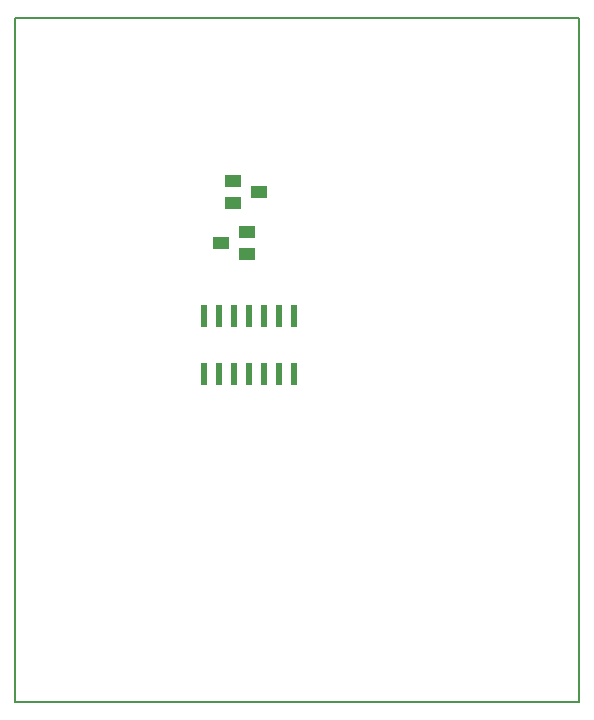
<source format=gbr>
%TF.GenerationSoftware,KiCad,Pcbnew,5.0.2-bee76a0~70~ubuntu18.04.1*%
%TF.CreationDate,2019-12-13T20:17:08+01:00*%
%TF.ProjectId,ESP8266-LolinV3-Lamp,45535038-3236-4362-9d4c-6f6c696e5633,2.0*%
%TF.SameCoordinates,Original*%
%TF.FileFunction,Paste,Bot*%
%TF.FilePolarity,Positive*%
%FSLAX46Y46*%
G04 Gerber Fmt 4.6, Leading zero omitted, Abs format (unit mm)*
G04 Created by KiCad (PCBNEW 5.0.2-bee76a0~70~ubuntu18.04.1) date ven 13 dic 2019 20:17:08 CET*
%MOMM*%
%LPD*%
G01*
G04 APERTURE LIST*
%ADD10C,0.150000*%
%ADD11R,0.600000X1.970000*%
%ADD12R,1.400000X1.000000*%
G04 APERTURE END LIST*
D10*
X187198000Y-48768000D02*
X187198000Y-106680000D01*
X139446000Y-106680000D02*
X187198000Y-106680000D01*
X139446000Y-48768000D02*
X187198000Y-48768000D01*
X139446000Y-106680000D02*
X139446000Y-48768000D01*
D11*
X163068000Y-78929000D03*
X161798000Y-78929000D03*
X160528000Y-78929000D03*
X159258000Y-78929000D03*
X157988000Y-78929000D03*
X156718000Y-78929000D03*
X155448000Y-78929000D03*
X155448000Y-73979000D03*
X156718000Y-73979000D03*
X157988000Y-73979000D03*
X159258000Y-73979000D03*
X160528000Y-73979000D03*
X161798000Y-73979000D03*
X163068000Y-73979000D03*
D12*
X156888000Y-67818000D03*
X159088000Y-68768000D03*
X159088000Y-66868000D03*
X160104000Y-63500000D03*
X157904000Y-62550000D03*
X157904000Y-64450000D03*
M02*

</source>
